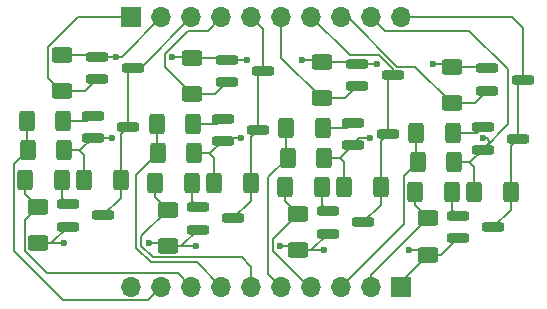
<source format=gbr>
%TF.GenerationSoftware,KiCad,Pcbnew,8.0.6*%
%TF.CreationDate,2024-11-07T23:38:59+00:00*%
%TF.ProjectId,pin_interface_circuit,70696e5f-696e-4746-9572-666163655f63,rev?*%
%TF.SameCoordinates,Original*%
%TF.FileFunction,Copper,L1,Top*%
%TF.FilePolarity,Positive*%
%FSLAX46Y46*%
G04 Gerber Fmt 4.6, Leading zero omitted, Abs format (unit mm)*
G04 Created by KiCad (PCBNEW 8.0.6) date 2024-11-07 23:38:59*
%MOMM*%
%LPD*%
G01*
G04 APERTURE LIST*
G04 Aperture macros list*
%AMRoundRect*
0 Rectangle with rounded corners*
0 $1 Rounding radius*
0 $2 $3 $4 $5 $6 $7 $8 $9 X,Y pos of 4 corners*
0 Add a 4 corners polygon primitive as box body*
4,1,4,$2,$3,$4,$5,$6,$7,$8,$9,$2,$3,0*
0 Add four circle primitives for the rounded corners*
1,1,$1+$1,$2,$3*
1,1,$1+$1,$4,$5*
1,1,$1+$1,$6,$7*
1,1,$1+$1,$8,$9*
0 Add four rect primitives between the rounded corners*
20,1,$1+$1,$2,$3,$4,$5,0*
20,1,$1+$1,$4,$5,$6,$7,0*
20,1,$1+$1,$6,$7,$8,$9,0*
20,1,$1+$1,$8,$9,$2,$3,0*%
G04 Aperture macros list end*
%TA.AperFunction,SMDPad,CuDef*%
%ADD10RoundRect,0.200000X-0.750000X-0.200000X0.750000X-0.200000X0.750000X0.200000X-0.750000X0.200000X0*%
%TD*%
%TA.AperFunction,SMDPad,CuDef*%
%ADD11RoundRect,0.250000X-0.625000X0.400000X-0.625000X-0.400000X0.625000X-0.400000X0.625000X0.400000X0*%
%TD*%
%TA.AperFunction,ComponentPad*%
%ADD12R,1.700000X1.700000*%
%TD*%
%TA.AperFunction,ComponentPad*%
%ADD13O,1.700000X1.700000*%
%TD*%
%TA.AperFunction,SMDPad,CuDef*%
%ADD14RoundRect,0.250000X-0.400000X-0.625000X0.400000X-0.625000X0.400000X0.625000X-0.400000X0.625000X0*%
%TD*%
%TA.AperFunction,SMDPad,CuDef*%
%ADD15RoundRect,0.250000X0.400000X0.625000X-0.400000X0.625000X-0.400000X-0.625000X0.400000X-0.625000X0*%
%TD*%
%TA.AperFunction,ViaPad*%
%ADD16C,0.600000*%
%TD*%
%TA.AperFunction,Conductor*%
%ADD17C,0.200000*%
%TD*%
G04 APERTURE END LIST*
D10*
%TO.P,Q12,1,B*%
%TO.N,Net-(Q12-B)*%
X146550000Y-90500000D03*
%TO.P,Q12,2,E*%
%TO.N,GND*%
X146550000Y-92400000D03*
%TO.P,Q12,3,C*%
%TO.N,/HIO3*%
X149550000Y-91450000D03*
%TD*%
D11*
%TO.P,R10,1*%
%TO.N,/GS1*%
X122050000Y-89950000D03*
%TO.P,R10,2*%
%TO.N,GND*%
X122050000Y-93050000D03*
%TD*%
D12*
%TO.P,J1,1,Pin_1*%
%TO.N,GND*%
X141780000Y-96500000D03*
D13*
%TO.P,J1,2,Pin_2*%
%TO.N,/GS3*%
X139240000Y-96500000D03*
%TO.P,J1,3,Pin_3*%
%TO.N,/HVS3*%
X136700000Y-96500000D03*
%TO.P,J1,4,Pin_4*%
%TO.N,/GS2*%
X134160000Y-96500000D03*
%TO.P,J1,5,Pin_5*%
%TO.N,/HVS2*%
X131620000Y-96500000D03*
%TO.P,J1,6,Pin_6*%
%TO.N,/GS1*%
X129080000Y-96500000D03*
%TO.P,J1,7,Pin_7*%
%TO.N,/HVS1*%
X126540000Y-96500000D03*
%TO.P,J1,8,Pin_8*%
%TO.N,/GS0*%
X124000000Y-96500000D03*
%TO.P,J1,9,Pin_9*%
%TO.N,/HVS0*%
X121460000Y-96500000D03*
%TO.P,J1,10,Pin_10*%
%TO.N,unconnected-(J1-Pin_10-Pad10)*%
X118920000Y-96500000D03*
%TD*%
D10*
%TO.P,Q11,1,B*%
%TO.N,Net-(Q11-B)*%
X148650000Y-83000000D03*
%TO.P,Q11,2,E*%
%TO.N,/HV*%
X148650000Y-84900000D03*
%TO.P,Q11,3,C*%
%TO.N,/HIO3*%
X151650000Y-83950000D03*
%TD*%
%TO.P,Q1,1,G*%
%TO.N,/LV*%
X116050000Y-77000000D03*
%TO.P,Q1,2,S*%
%TO.N,/LIO0*%
X116050000Y-78900000D03*
%TO.P,Q1,3,D*%
%TO.N,/HIO0*%
X119050000Y-77950000D03*
%TD*%
D14*
%TO.P,R11,1*%
%TO.N,/HVS1*%
X121050000Y-82700000D03*
%TO.P,R11,2*%
%TO.N,Net-(Q5-B)*%
X124150000Y-82700000D03*
%TD*%
D11*
%TO.P,R7,1*%
%TO.N,/LV*%
X124050000Y-77100000D03*
%TO.P,R7,2*%
%TO.N,/LIO1*%
X124050000Y-80200000D03*
%TD*%
D14*
%TO.P,R14,1*%
%TO.N,/HV*%
X136950000Y-88050000D03*
%TO.P,R14,2*%
%TO.N,/HIO2*%
X140050000Y-88050000D03*
%TD*%
D10*
%TO.P,Q2,1,B*%
%TO.N,Net-(Q2-B)*%
X115650000Y-82000000D03*
%TO.P,Q2,2,E*%
%TO.N,/HV*%
X115650000Y-83900000D03*
%TO.P,Q2,3,C*%
%TO.N,/HIO0*%
X118650000Y-82950000D03*
%TD*%
D14*
%TO.P,R6,1*%
%TO.N,/GS0*%
X109950000Y-87450000D03*
%TO.P,R6,2*%
%TO.N,Net-(Q3-B)*%
X113050000Y-87450000D03*
%TD*%
D12*
%TO.P,J2,1,Pin_1*%
%TO.N,/LIO0*%
X118920000Y-73660000D03*
D13*
%TO.P,J2,2,Pin_2*%
%TO.N,/LV*%
X121460000Y-73660000D03*
%TO.P,J2,3,Pin_3*%
%TO.N,/HIO0*%
X124000000Y-73660000D03*
%TO.P,J2,4,Pin_4*%
%TO.N,/LIO1*%
X126540000Y-73660000D03*
%TO.P,J2,5,Pin_5*%
%TO.N,/HIO1*%
X129080000Y-73660000D03*
%TO.P,J2,6,Pin_6*%
%TO.N,/LIO2*%
X131620000Y-73660000D03*
%TO.P,J2,7,Pin_7*%
%TO.N,/HIO2*%
X134160000Y-73660000D03*
%TO.P,J2,8,Pin_8*%
%TO.N,/LIO3*%
X136700000Y-73660000D03*
%TO.P,J2,9,Pin_9*%
%TO.N,/HV*%
X139240000Y-73660000D03*
%TO.P,J2,10,Pin_10*%
%TO.N,/HIO3*%
X141780000Y-73660000D03*
%TD*%
D10*
%TO.P,Q9,1,B*%
%TO.N,Net-(Q9-B)*%
X135550000Y-90100000D03*
%TO.P,Q9,2,E*%
%TO.N,GND*%
X135550000Y-92000000D03*
%TO.P,Q9,3,C*%
%TO.N,/HIO2*%
X138550000Y-91050000D03*
%TD*%
D14*
%TO.P,R18,1*%
%TO.N,/GS2*%
X131950000Y-88050000D03*
%TO.P,R18,2*%
%TO.N,Net-(Q9-B)*%
X135050000Y-88050000D03*
%TD*%
D15*
%TO.P,R3,1*%
%TO.N,/HV*%
X113250000Y-84950000D03*
%TO.P,R3,2*%
%TO.N,/HVS0*%
X110150000Y-84950000D03*
%TD*%
D10*
%TO.P,Q10,1,G*%
%TO.N,/LV*%
X149050000Y-78000000D03*
%TO.P,Q10,2,S*%
%TO.N,/LIO3*%
X149050000Y-79900000D03*
%TO.P,Q10,3,D*%
%TO.N,/HIO3*%
X152050000Y-78950000D03*
%TD*%
D14*
%TO.P,R23,1*%
%TO.N,/HVS3*%
X143050000Y-83450000D03*
%TO.P,R23,2*%
%TO.N,Net-(Q11-B)*%
X146150000Y-83450000D03*
%TD*%
D11*
%TO.P,R16,1*%
%TO.N,/GS2*%
X133050000Y-90300000D03*
%TO.P,R16,2*%
%TO.N,GND*%
X133050000Y-93400000D03*
%TD*%
D14*
%TO.P,R12,1*%
%TO.N,/GS1*%
X120950000Y-87700000D03*
%TO.P,R12,2*%
%TO.N,Net-(Q6-B)*%
X124050000Y-87700000D03*
%TD*%
D15*
%TO.P,R21,1*%
%TO.N,/HV*%
X146250000Y-85950000D03*
%TO.P,R21,2*%
%TO.N,/HVS3*%
X143150000Y-85950000D03*
%TD*%
D10*
%TO.P,Q5,1,B*%
%TO.N,Net-(Q5-B)*%
X126650000Y-82250000D03*
%TO.P,Q5,2,E*%
%TO.N,/HV*%
X126650000Y-84150000D03*
%TO.P,Q5,3,C*%
%TO.N,/HIO1*%
X129650000Y-83200000D03*
%TD*%
D14*
%TO.P,R5,1*%
%TO.N,/HVS0*%
X110050000Y-82450000D03*
%TO.P,R5,2*%
%TO.N,Net-(Q2-B)*%
X113150000Y-82450000D03*
%TD*%
%TO.P,R17,1*%
%TO.N,/HVS2*%
X132050000Y-83050000D03*
%TO.P,R17,2*%
%TO.N,Net-(Q8-B)*%
X135150000Y-83050000D03*
%TD*%
D11*
%TO.P,R13,1*%
%TO.N,/LV*%
X135050000Y-77450000D03*
%TO.P,R13,2*%
%TO.N,/LIO2*%
X135050000Y-80550000D03*
%TD*%
D14*
%TO.P,R20,1*%
%TO.N,/HV*%
X147950000Y-88450000D03*
%TO.P,R20,2*%
%TO.N,/HIO3*%
X151050000Y-88450000D03*
%TD*%
%TO.P,R8,1*%
%TO.N,/HV*%
X125950000Y-87700000D03*
%TO.P,R8,2*%
%TO.N,/HIO1*%
X129050000Y-87700000D03*
%TD*%
D11*
%TO.P,R4,1*%
%TO.N,/GS0*%
X111050000Y-89700000D03*
%TO.P,R4,2*%
%TO.N,GND*%
X111050000Y-92800000D03*
%TD*%
D15*
%TO.P,R9,1*%
%TO.N,/HV*%
X124250000Y-85200000D03*
%TO.P,R9,2*%
%TO.N,/HVS1*%
X121150000Y-85200000D03*
%TD*%
D11*
%TO.P,R1,1*%
%TO.N,/LV*%
X113050000Y-76850000D03*
%TO.P,R1,2*%
%TO.N,/LIO0*%
X113050000Y-79950000D03*
%TD*%
D14*
%TO.P,R2,1*%
%TO.N,/HV*%
X114950000Y-87450000D03*
%TO.P,R2,2*%
%TO.N,/HIO0*%
X118050000Y-87450000D03*
%TD*%
D10*
%TO.P,Q4,1,G*%
%TO.N,/LV*%
X127050000Y-77250000D03*
%TO.P,Q4,2,S*%
%TO.N,/LIO1*%
X127050000Y-79150000D03*
%TO.P,Q4,3,D*%
%TO.N,/HIO1*%
X130050000Y-78200000D03*
%TD*%
%TO.P,Q3,1,B*%
%TO.N,Net-(Q3-B)*%
X113550000Y-89500000D03*
%TO.P,Q3,2,E*%
%TO.N,GND*%
X113550000Y-91400000D03*
%TO.P,Q3,3,C*%
%TO.N,/HIO0*%
X116550000Y-90450000D03*
%TD*%
%TO.P,Q7,1,G*%
%TO.N,/LV*%
X138050000Y-77600000D03*
%TO.P,Q7,2,S*%
%TO.N,/LIO2*%
X138050000Y-79500000D03*
%TO.P,Q7,3,D*%
%TO.N,/HIO2*%
X141050000Y-78550000D03*
%TD*%
%TO.P,Q6,1,B*%
%TO.N,Net-(Q6-B)*%
X124550000Y-89750000D03*
%TO.P,Q6,2,E*%
%TO.N,GND*%
X124550000Y-91650000D03*
%TO.P,Q6,3,C*%
%TO.N,/HIO1*%
X127550000Y-90700000D03*
%TD*%
D11*
%TO.P,R22,1*%
%TO.N,/GS3*%
X144050000Y-90700000D03*
%TO.P,R22,2*%
%TO.N,GND*%
X144050000Y-93800000D03*
%TD*%
D10*
%TO.P,Q8,1,B*%
%TO.N,Net-(Q8-B)*%
X137650000Y-82600000D03*
%TO.P,Q8,2,E*%
%TO.N,/HV*%
X137650000Y-84500000D03*
%TO.P,Q8,3,C*%
%TO.N,/HIO2*%
X140650000Y-83550000D03*
%TD*%
D15*
%TO.P,R15,1*%
%TO.N,/HV*%
X135250000Y-85550000D03*
%TO.P,R15,2*%
%TO.N,/HVS2*%
X132150000Y-85550000D03*
%TD*%
D14*
%TO.P,R24,1*%
%TO.N,/GS3*%
X142950000Y-88450000D03*
%TO.P,R24,2*%
%TO.N,Net-(Q12-B)*%
X146050000Y-88450000D03*
%TD*%
D11*
%TO.P,R19,1*%
%TO.N,/LV*%
X146050000Y-77850000D03*
%TO.P,R19,2*%
%TO.N,/LIO3*%
X146050000Y-80950000D03*
%TD*%
D16*
%TO.N,GND*%
X142400000Y-93400000D03*
X131500000Y-93050000D03*
X120375000Y-92800000D03*
X135250000Y-93400000D03*
X124350000Y-93050000D03*
X113225000Y-92800000D03*
%TO.N,/LV*%
X144450000Y-77600000D03*
X128700000Y-77250000D03*
X122350000Y-77000000D03*
X117650000Y-77000000D03*
X139750000Y-77600000D03*
X133400000Y-77250000D03*
%TO.N,/HV*%
X139120000Y-83920000D03*
X117300000Y-83920000D03*
X128210000Y-83920000D03*
X148680000Y-83920000D03*
%TD*%
D17*
%TO.N,Net-(Q2-B)*%
X113150000Y-82450000D02*
X115200000Y-82450000D01*
X115200000Y-82450000D02*
X115650000Y-82000000D01*
%TO.N,GND*%
X134150000Y-93400000D02*
X135550000Y-92000000D01*
X145150000Y-93800000D02*
X146550000Y-92400000D01*
X134150000Y-93400000D02*
X135550000Y-92000000D01*
X144050000Y-93800000D02*
X145150000Y-93800000D01*
X123150000Y-93050000D02*
X124550000Y-91650000D01*
X144050000Y-93800000D02*
X145150000Y-93800000D01*
X122050000Y-93050000D02*
X123150000Y-93050000D01*
X123150000Y-93050000D02*
X124550000Y-91650000D01*
X111050000Y-92800000D02*
X112150000Y-92800000D01*
X133050000Y-93400000D02*
X134150000Y-93400000D01*
X145150000Y-93800000D02*
X146550000Y-92400000D01*
X133050000Y-93400000D02*
X134150000Y-93400000D01*
X133050000Y-93400000D02*
X134150000Y-93400000D01*
X122050000Y-93050000D02*
X123150000Y-93050000D01*
X145150000Y-93800000D02*
X146550000Y-92400000D01*
X122050000Y-93050000D02*
X123150000Y-93050000D01*
X121800000Y-92800000D02*
X122050000Y-93050000D01*
X123150000Y-93050000D02*
X124350000Y-93050000D01*
X131500000Y-93050000D02*
X132700000Y-93050000D01*
X145150000Y-93800000D02*
X146550000Y-92400000D01*
X112025000Y-92800000D02*
X113225000Y-92800000D01*
X144050000Y-93800000D02*
X145150000Y-93800000D01*
X134150000Y-93400000D02*
X135550000Y-92000000D01*
X123150000Y-93050000D02*
X124550000Y-91650000D01*
X123150000Y-93050000D02*
X124550000Y-91650000D01*
X144050000Y-93800000D02*
X145150000Y-93800000D01*
X141780000Y-96070000D02*
X144050000Y-93800000D01*
X141780000Y-96500000D02*
X141780000Y-96070000D01*
X134150000Y-93400000D02*
X135550000Y-92000000D01*
X143650000Y-93400000D02*
X144050000Y-93800000D01*
X134050000Y-93400000D02*
X135250000Y-93400000D01*
X122050000Y-93050000D02*
X123150000Y-93050000D01*
X120375000Y-92800000D02*
X121575000Y-92800000D01*
X133050000Y-93400000D02*
X134150000Y-93400000D01*
X142400000Y-93400000D02*
X143600000Y-93400000D01*
X132700000Y-93050000D02*
X133050000Y-93400000D01*
X112150000Y-92800000D02*
X113550000Y-91400000D01*
%TO.N,/LV*%
X123950000Y-77000000D02*
X124050000Y-77100000D01*
X146050000Y-77850000D02*
X148900000Y-77850000D01*
X137900000Y-77450000D02*
X138050000Y-77600000D01*
X148900000Y-77850000D02*
X149050000Y-78000000D01*
X133400000Y-77250000D02*
X135000000Y-77250000D01*
X135050000Y-77450000D02*
X137900000Y-77450000D01*
X148900000Y-77850000D02*
X149050000Y-78000000D01*
X113050000Y-76850000D02*
X115900000Y-76850000D01*
X127100000Y-77250000D02*
X128700000Y-77250000D01*
X126900000Y-77100000D02*
X127050000Y-77250000D01*
X135050000Y-77450000D02*
X137900000Y-77450000D01*
X118120000Y-77000000D02*
X116050000Y-77000000D01*
X146050000Y-77850000D02*
X148900000Y-77850000D01*
X116050000Y-77000000D02*
X117650000Y-77000000D01*
X137900000Y-77450000D02*
X138050000Y-77600000D01*
X137900000Y-77450000D02*
X138050000Y-77600000D01*
X124050000Y-77100000D02*
X126900000Y-77100000D01*
X146050000Y-77850000D02*
X148900000Y-77850000D01*
X124050000Y-77100000D02*
X126900000Y-77100000D01*
X138150000Y-77600000D02*
X139750000Y-77600000D01*
X146050000Y-77850000D02*
X148900000Y-77850000D01*
X135050000Y-77450000D02*
X137900000Y-77450000D01*
X121460000Y-73660000D02*
X118120000Y-77000000D01*
X124050000Y-77100000D02*
X126900000Y-77100000D01*
X144450000Y-77600000D02*
X146050000Y-77600000D01*
X126900000Y-77100000D02*
X127050000Y-77250000D01*
X134850000Y-77250000D02*
X135050000Y-77450000D01*
X148900000Y-77850000D02*
X149050000Y-78000000D01*
X122350000Y-77000000D02*
X123950000Y-77000000D01*
X135050000Y-77450000D02*
X137900000Y-77450000D01*
X124050000Y-77100000D02*
X126900000Y-77100000D01*
X137900000Y-77450000D02*
X138050000Y-77600000D01*
X115900000Y-76850000D02*
X116050000Y-77000000D01*
X148900000Y-77850000D02*
X149050000Y-78000000D01*
X126900000Y-77100000D02*
X127050000Y-77250000D01*
X126900000Y-77100000D02*
X127050000Y-77250000D01*
X145800000Y-77600000D02*
X146050000Y-77850000D01*
%TO.N,/HIO0*%
X118650000Y-82950000D02*
X118050000Y-83550000D01*
X118650000Y-78350000D02*
X118650000Y-82950000D01*
X118050000Y-83550000D02*
X118050000Y-87450000D01*
X118050000Y-88950000D02*
X116550000Y-90450000D01*
X119710000Y-77950000D02*
X119050000Y-77950000D01*
X124000000Y-73660000D02*
X119710000Y-77950000D01*
X119050000Y-77950000D02*
X118650000Y-78350000D01*
X118050000Y-87450000D02*
X118050000Y-88950000D01*
%TO.N,/LIO0*%
X115000000Y-79950000D02*
X116050000Y-78900000D01*
X118920000Y-73660000D02*
X114430256Y-73660000D01*
X111875000Y-78775000D02*
X113050000Y-79950000D01*
X113050000Y-79950000D02*
X115000000Y-79950000D01*
X111875000Y-76215256D02*
X111875000Y-78775000D01*
X114430256Y-73660000D02*
X111875000Y-76215256D01*
%TO.N,/HV*%
X114600000Y-84950000D02*
X115650000Y-83900000D01*
X128210000Y-83920000D02*
X126880000Y-83920000D01*
X136600000Y-85600000D02*
X136950000Y-85950000D01*
X139120000Y-83920000D02*
X138230000Y-83920000D01*
X125950000Y-85600000D02*
X125950000Y-87700000D01*
X135250000Y-85550000D02*
X136600000Y-85550000D01*
X125600000Y-85250000D02*
X125950000Y-85600000D01*
X147600000Y-86000000D02*
X147950000Y-86350000D01*
X136950000Y-85950000D02*
X136950000Y-88050000D01*
X125600000Y-85200000D02*
X126650000Y-84150000D01*
X114950000Y-85350000D02*
X114950000Y-87450000D01*
X125950000Y-85600000D02*
X125950000Y-87700000D01*
X136600000Y-85550000D02*
X136600000Y-85600000D01*
X114600000Y-84950000D02*
X114600000Y-85000000D01*
X147600000Y-85950000D02*
X147600000Y-86000000D01*
X136600000Y-85550000D02*
X137650000Y-84500000D01*
X125600000Y-85200000D02*
X125600000Y-85250000D01*
X148680000Y-83920000D02*
X149030000Y-83920000D01*
X147600000Y-85950000D02*
X148650000Y-84900000D01*
X150800000Y-82750000D02*
X150800000Y-78087352D01*
X149230000Y-84320000D02*
X148650000Y-84900000D01*
X136600000Y-85600000D02*
X136950000Y-85950000D01*
X147950000Y-86350000D02*
X147950000Y-88450000D01*
X125600000Y-85200000D02*
X126650000Y-84150000D01*
X136600000Y-85550000D02*
X137650000Y-84500000D01*
X147950000Y-86350000D02*
X147950000Y-88450000D01*
X140390000Y-74810000D02*
X139240000Y-73660000D01*
X136950000Y-85950000D02*
X136950000Y-88050000D01*
X147600000Y-85950000D02*
X148650000Y-84900000D01*
X147600000Y-85950000D02*
X147600000Y-86000000D01*
X149030000Y-83920000D02*
X149230000Y-84120000D01*
X136600000Y-85550000D02*
X136600000Y-85600000D01*
X125600000Y-85200000D02*
X125600000Y-85250000D01*
X146250000Y-85950000D02*
X147600000Y-85950000D01*
X135250000Y-85550000D02*
X136600000Y-85550000D01*
X125600000Y-85250000D02*
X125950000Y-85600000D01*
X125600000Y-85200000D02*
X126650000Y-84150000D01*
X147600000Y-85950000D02*
X148650000Y-84900000D01*
X149230000Y-84120000D02*
X149230000Y-84320000D01*
X125600000Y-85200000D02*
X126650000Y-84150000D01*
X124250000Y-85200000D02*
X125600000Y-85200000D01*
X135250000Y-85550000D02*
X136600000Y-85550000D01*
X125600000Y-85250000D02*
X125950000Y-85600000D01*
X136600000Y-85550000D02*
X137650000Y-84500000D01*
X136950000Y-85950000D02*
X136950000Y-88050000D01*
X125600000Y-85200000D02*
X125600000Y-85250000D01*
X146250000Y-85950000D02*
X147600000Y-85950000D01*
X136600000Y-85550000D02*
X136600000Y-85600000D01*
X124250000Y-85200000D02*
X125600000Y-85200000D01*
X148650000Y-84900000D02*
X150800000Y-82750000D01*
X147522648Y-74810000D02*
X140390000Y-74810000D01*
X147950000Y-86350000D02*
X147950000Y-88450000D01*
X147600000Y-85950000D02*
X147600000Y-86000000D01*
X146250000Y-85950000D02*
X147600000Y-85950000D01*
X125600000Y-85250000D02*
X125950000Y-85600000D01*
X147600000Y-86000000D02*
X147950000Y-86350000D01*
X117280000Y-83900000D02*
X117300000Y-83920000D01*
X114600000Y-85000000D02*
X114950000Y-85350000D01*
X147600000Y-86000000D02*
X147950000Y-86350000D01*
X147600000Y-86000000D02*
X147950000Y-86350000D01*
X124250000Y-85200000D02*
X125600000Y-85200000D01*
X113250000Y-84950000D02*
X114600000Y-84950000D01*
X147600000Y-85950000D02*
X147600000Y-86000000D01*
X150800000Y-78087352D02*
X147522648Y-74810000D01*
X146250000Y-85950000D02*
X147600000Y-85950000D01*
X115650000Y-83900000D02*
X117280000Y-83900000D01*
X138230000Y-83920000D02*
X137650000Y-84500000D01*
X136600000Y-85550000D02*
X136600000Y-85600000D01*
X136600000Y-85600000D02*
X136950000Y-85950000D01*
X147950000Y-86350000D02*
X147950000Y-88450000D01*
X147600000Y-85950000D02*
X148650000Y-84900000D01*
X136600000Y-85550000D02*
X137650000Y-84500000D01*
X126880000Y-83920000D02*
X126650000Y-84150000D01*
X125950000Y-85600000D02*
X125950000Y-87700000D01*
X124250000Y-85200000D02*
X125600000Y-85200000D01*
X125950000Y-85600000D02*
X125950000Y-87700000D01*
X125600000Y-85200000D02*
X125600000Y-85250000D01*
X135250000Y-85550000D02*
X136600000Y-85550000D01*
X136950000Y-85950000D02*
X136950000Y-88050000D01*
X136600000Y-85600000D02*
X136950000Y-85950000D01*
%TO.N,Net-(Q3-B)*%
X113050000Y-87450000D02*
X113050000Y-89000000D01*
X113050000Y-89000000D02*
X113550000Y-89500000D01*
%TO.N,/HIO1*%
X129050000Y-89200000D02*
X127550000Y-90700000D01*
X129050000Y-87700000D02*
X129050000Y-89200000D01*
X129650000Y-78600000D02*
X129650000Y-83200000D01*
X129050000Y-83800000D02*
X129050000Y-87700000D01*
X130050000Y-78200000D02*
X129650000Y-78600000D01*
X129650000Y-78600000D02*
X129650000Y-83200000D01*
X129650000Y-83200000D02*
X129050000Y-83800000D01*
X129650000Y-78600000D02*
X129650000Y-83200000D01*
X129650000Y-78600000D02*
X129650000Y-83200000D01*
X129050000Y-89200000D02*
X127550000Y-90700000D01*
X129650000Y-83200000D02*
X129050000Y-83800000D01*
X129050000Y-83800000D02*
X129050000Y-87700000D01*
X130050000Y-78200000D02*
X129650000Y-78600000D01*
X130050000Y-74630000D02*
X129080000Y-73660000D01*
X129650000Y-83200000D02*
X129050000Y-83800000D01*
X129050000Y-87700000D02*
X129050000Y-89200000D01*
X129050000Y-89200000D02*
X127550000Y-90700000D01*
X129050000Y-83800000D02*
X129050000Y-87700000D01*
X129050000Y-89200000D02*
X127550000Y-90700000D01*
X129650000Y-83200000D02*
X129050000Y-83800000D01*
X130050000Y-78200000D02*
X129650000Y-78600000D01*
X130050000Y-78200000D02*
X130050000Y-74630000D01*
X129050000Y-87700000D02*
X129050000Y-89200000D01*
X129050000Y-83800000D02*
X129050000Y-87700000D01*
X130050000Y-78200000D02*
X129650000Y-78600000D01*
X129050000Y-87700000D02*
X129050000Y-89200000D01*
%TO.N,/LIO1*%
X124050000Y-80200000D02*
X126000000Y-80200000D01*
X126000000Y-80200000D02*
X127050000Y-79150000D01*
X121750000Y-77900000D02*
X124050000Y-80200000D01*
X124050000Y-80200000D02*
X126000000Y-80200000D01*
X126000000Y-80200000D02*
X127050000Y-79150000D01*
X124050000Y-80200000D02*
X126000000Y-80200000D01*
X126000000Y-80200000D02*
X127050000Y-79150000D01*
X123691471Y-74810000D02*
X121750000Y-76751471D01*
X126540000Y-73660000D02*
X125390000Y-74810000D01*
X126000000Y-80200000D02*
X127050000Y-79150000D01*
X125390000Y-74810000D02*
X123691471Y-74810000D01*
X124050000Y-80200000D02*
X126000000Y-80200000D01*
X121750000Y-76751471D02*
X121750000Y-77900000D01*
%TO.N,/HIO2*%
X139898529Y-76900000D02*
X141050000Y-78051471D01*
X140050000Y-89550000D02*
X138550000Y-91050000D01*
X140050000Y-84150000D02*
X140050000Y-88050000D01*
X134160000Y-73660000D02*
X137400000Y-76900000D01*
X141050000Y-78550000D02*
X140650000Y-78950000D01*
X140650000Y-78950000D02*
X140650000Y-83550000D01*
X140050000Y-89550000D02*
X138550000Y-91050000D01*
X141050000Y-78550000D02*
X140650000Y-78950000D01*
X141050000Y-78550000D02*
X140650000Y-78950000D01*
X140050000Y-89550000D02*
X138550000Y-91050000D01*
X140050000Y-84150000D02*
X140050000Y-88050000D01*
X140050000Y-84150000D02*
X140050000Y-88050000D01*
X140650000Y-78950000D02*
X140650000Y-83550000D01*
X137400000Y-76900000D02*
X139898529Y-76900000D01*
X140050000Y-84150000D02*
X140050000Y-88050000D01*
X140650000Y-78950000D02*
X140650000Y-83550000D01*
X141050000Y-78051471D02*
X141050000Y-78550000D01*
X140650000Y-78950000D02*
X140650000Y-83550000D01*
X141050000Y-78550000D02*
X140650000Y-78950000D01*
X140050000Y-88050000D02*
X140050000Y-89550000D01*
X140650000Y-83550000D02*
X140050000Y-84150000D01*
X140050000Y-89550000D02*
X138550000Y-91050000D01*
X140050000Y-88050000D02*
X140050000Y-89550000D01*
X140050000Y-88050000D02*
X140050000Y-89550000D01*
X140650000Y-83550000D02*
X140050000Y-84150000D01*
X140050000Y-88050000D02*
X140050000Y-89550000D01*
X140650000Y-83550000D02*
X140050000Y-84150000D01*
X140650000Y-83550000D02*
X140050000Y-84150000D01*
%TO.N,Net-(Q5-B)*%
X124150000Y-82700000D02*
X126200000Y-82700000D01*
X124150000Y-82700000D02*
X126200000Y-82700000D01*
X126200000Y-82700000D02*
X126650000Y-82250000D01*
X126200000Y-82700000D02*
X126650000Y-82250000D01*
X126200000Y-82700000D02*
X126650000Y-82250000D01*
X126200000Y-82700000D02*
X126650000Y-82250000D01*
X124150000Y-82700000D02*
X126200000Y-82700000D01*
X124150000Y-82700000D02*
X126200000Y-82700000D01*
%TO.N,/LIO2*%
X135050000Y-80550000D02*
X137000000Y-80550000D01*
X137000000Y-80550000D02*
X138050000Y-79500000D01*
X137000000Y-80550000D02*
X138050000Y-79500000D01*
X131620000Y-73660000D02*
X131620000Y-77120000D01*
X131620000Y-77120000D02*
X135050000Y-80550000D01*
X137000000Y-80550000D02*
X138050000Y-79500000D01*
X137000000Y-80550000D02*
X138050000Y-79500000D01*
X135050000Y-80550000D02*
X137000000Y-80550000D01*
X135050000Y-80550000D02*
X137000000Y-80550000D01*
X135050000Y-80550000D02*
X137000000Y-80550000D01*
%TO.N,Net-(Q6-B)*%
X124050000Y-87700000D02*
X124050000Y-89250000D01*
X124050000Y-89250000D02*
X124550000Y-89750000D01*
X124050000Y-87700000D02*
X124050000Y-89250000D01*
X124050000Y-87700000D02*
X124050000Y-89250000D01*
X124050000Y-89250000D02*
X124550000Y-89750000D01*
X124050000Y-87700000D02*
X124050000Y-89250000D01*
X124050000Y-89250000D02*
X124550000Y-89750000D01*
X124050000Y-89250000D02*
X124550000Y-89750000D01*
%TO.N,/HIO3*%
X151110000Y-73660000D02*
X152050000Y-74600000D01*
X151050000Y-84550000D02*
X151050000Y-88450000D01*
X152050000Y-74600000D02*
X152050000Y-78950000D01*
X151050000Y-89950000D02*
X149550000Y-91450000D01*
X151050000Y-84550000D02*
X151050000Y-88450000D01*
X151050000Y-88450000D02*
X151050000Y-89950000D01*
X151050000Y-84550000D02*
X151050000Y-88450000D01*
X151050000Y-89950000D02*
X149550000Y-91450000D01*
X151650000Y-83950000D02*
X151050000Y-84550000D01*
X151050000Y-89950000D02*
X149550000Y-91450000D01*
X151050000Y-84550000D02*
X151050000Y-88450000D01*
X152050000Y-78950000D02*
X151650000Y-79350000D01*
X152050000Y-78950000D02*
X151650000Y-79350000D01*
X151050000Y-88450000D02*
X151050000Y-89950000D01*
X151650000Y-83950000D02*
X151050000Y-84550000D01*
X151650000Y-79350000D02*
X151650000Y-83950000D01*
X151050000Y-88450000D02*
X151050000Y-89950000D01*
X151650000Y-79350000D02*
X151650000Y-83950000D01*
X151050000Y-88450000D02*
X151050000Y-89950000D01*
X152050000Y-78950000D02*
X151650000Y-79350000D01*
X151650000Y-79350000D02*
X151650000Y-83950000D01*
X151650000Y-83950000D02*
X151050000Y-84550000D01*
X152050000Y-78950000D02*
X151650000Y-79350000D01*
X141780000Y-73660000D02*
X151110000Y-73660000D01*
X151050000Y-89950000D02*
X149550000Y-91450000D01*
X151650000Y-79350000D02*
X151650000Y-83950000D01*
X151650000Y-83950000D02*
X151050000Y-84550000D01*
%TO.N,/LIO3*%
X148000000Y-80950000D02*
X149050000Y-79900000D01*
X148000000Y-80950000D02*
X149050000Y-79900000D01*
X146050000Y-80950000D02*
X148000000Y-80950000D01*
X136700000Y-73660000D02*
X137224214Y-73660000D01*
X142950000Y-77850000D02*
X146050000Y-80950000D01*
X141414214Y-77850000D02*
X142950000Y-77850000D01*
X148000000Y-80950000D02*
X149050000Y-79900000D01*
X137224214Y-73660000D02*
X141414214Y-77850000D01*
X148000000Y-80950000D02*
X149050000Y-79900000D01*
X146050000Y-80950000D02*
X148000000Y-80950000D01*
X146050000Y-80950000D02*
X148000000Y-80950000D01*
X146050000Y-80950000D02*
X148000000Y-80950000D01*
%TO.N,/HVS0*%
X121460000Y-96500000D02*
X120310000Y-97650000D01*
X109000000Y-86100000D02*
X109000000Y-93500000D01*
X110150000Y-84950000D02*
X109000000Y-86100000D01*
X110050000Y-82450000D02*
X110050000Y-84850000D01*
X120310000Y-97650000D02*
X113150000Y-97650000D01*
X110050000Y-84850000D02*
X110150000Y-84950000D01*
X113150000Y-97650000D02*
X109000000Y-93500000D01*
%TO.N,Net-(Q8-B)*%
X137200000Y-83050000D02*
X137650000Y-82600000D01*
X137200000Y-83050000D02*
X137650000Y-82600000D01*
X135150000Y-83050000D02*
X137200000Y-83050000D01*
X135150000Y-83050000D02*
X137200000Y-83050000D01*
X135150000Y-83050000D02*
X137200000Y-83050000D01*
X135150000Y-83050000D02*
X137200000Y-83050000D01*
X137200000Y-83050000D02*
X137650000Y-82600000D01*
X137200000Y-83050000D02*
X137650000Y-82600000D01*
%TO.N,/GS0*%
X109950000Y-87450000D02*
X109950000Y-88600000D01*
X109950000Y-88600000D02*
X111050000Y-89700000D01*
X109875000Y-90875000D02*
X109875000Y-93434744D01*
X124000000Y-96500000D02*
X122850000Y-95350000D01*
X122850000Y-95350000D02*
X111790256Y-95350000D01*
X111790256Y-95350000D02*
X109875000Y-93434744D01*
X111050000Y-89700000D02*
X109875000Y-90875000D01*
%TO.N,Net-(Q9-B)*%
X135050000Y-89600000D02*
X135550000Y-90100000D01*
X135050000Y-88050000D02*
X135050000Y-89600000D01*
X135050000Y-88050000D02*
X135050000Y-89600000D01*
X135050000Y-88050000D02*
X135050000Y-89600000D01*
X135050000Y-89600000D02*
X135550000Y-90100000D01*
X135050000Y-88050000D02*
X135050000Y-89600000D01*
X135050000Y-89600000D02*
X135550000Y-90100000D01*
X135050000Y-89600000D02*
X135550000Y-90100000D01*
%TO.N,/HVS1*%
X121050000Y-82700000D02*
X121050000Y-85100000D01*
X121050000Y-85100000D02*
X121150000Y-85200000D01*
X121050000Y-82700000D02*
X121050000Y-85100000D01*
X120560785Y-94400000D02*
X119350000Y-93189215D01*
X121050000Y-82700000D02*
X121050000Y-85100000D01*
X121050000Y-85100000D02*
X121150000Y-85200000D01*
X119350000Y-93189215D02*
X119350000Y-87000000D01*
X119350000Y-87000000D02*
X121150000Y-85200000D01*
X126540000Y-96500000D02*
X124440000Y-94400000D01*
X121050000Y-85100000D02*
X121150000Y-85200000D01*
X121050000Y-82700000D02*
X121050000Y-85100000D01*
X121050000Y-85100000D02*
X121150000Y-85200000D01*
X124440000Y-94400000D02*
X120560785Y-94400000D01*
%TO.N,/GS1*%
X119775000Y-93048529D02*
X120726471Y-94000000D01*
X129080000Y-94780000D02*
X129080000Y-96500000D01*
X119775000Y-92225000D02*
X119775000Y-93048529D01*
X120950000Y-87700000D02*
X120950000Y-88850000D01*
X128300000Y-94000000D02*
X129080000Y-94780000D01*
X120950000Y-88850000D02*
X122050000Y-89950000D01*
X120726471Y-94000000D02*
X128300000Y-94000000D01*
X120950000Y-88850000D02*
X122050000Y-89950000D01*
X120950000Y-88850000D02*
X122050000Y-89950000D01*
X120950000Y-87700000D02*
X120950000Y-88850000D01*
X120950000Y-87700000D02*
X120950000Y-88850000D01*
X120950000Y-88850000D02*
X122050000Y-89950000D01*
X120950000Y-87700000D02*
X120950000Y-88850000D01*
X122050000Y-89950000D02*
X119775000Y-92225000D01*
%TO.N,/HVS2*%
X132050000Y-83050000D02*
X132050000Y-85450000D01*
X132050000Y-83050000D02*
X132050000Y-85450000D01*
X130500000Y-87200000D02*
X132150000Y-85550000D01*
X132050000Y-85450000D02*
X132150000Y-85550000D01*
X130500000Y-95380000D02*
X130500000Y-87200000D01*
X131620000Y-96500000D02*
X130500000Y-95380000D01*
X132050000Y-83050000D02*
X132050000Y-85450000D01*
X132050000Y-85450000D02*
X132150000Y-85550000D01*
X132050000Y-85450000D02*
X132150000Y-85550000D01*
X132050000Y-83050000D02*
X132050000Y-85450000D01*
X132050000Y-85450000D02*
X132150000Y-85550000D01*
%TO.N,Net-(Q11-B)*%
X148200000Y-83450000D02*
X148650000Y-83000000D01*
X146150000Y-83450000D02*
X148200000Y-83450000D01*
X148200000Y-83450000D02*
X148650000Y-83000000D01*
X146150000Y-83450000D02*
X148200000Y-83450000D01*
X146150000Y-83450000D02*
X148200000Y-83450000D01*
X148200000Y-83450000D02*
X148650000Y-83000000D01*
X148200000Y-83450000D02*
X148650000Y-83000000D01*
X146150000Y-83450000D02*
X148200000Y-83450000D01*
%TO.N,/GS2*%
X130900000Y-93450000D02*
X133950000Y-96500000D01*
X133050000Y-90300000D02*
X130900000Y-92450000D01*
X131950000Y-88050000D02*
X131950000Y-89200000D01*
X131950000Y-88050000D02*
X131950000Y-89200000D01*
X133950000Y-96500000D02*
X134160000Y-96500000D01*
X131950000Y-88050000D02*
X131950000Y-89200000D01*
X131950000Y-89200000D02*
X133050000Y-90300000D01*
X131950000Y-88050000D02*
X131950000Y-89200000D01*
X130900000Y-92450000D02*
X130900000Y-93450000D01*
X131950000Y-89200000D02*
X133050000Y-90300000D01*
X131950000Y-89200000D02*
X133050000Y-90300000D01*
X131950000Y-89200000D02*
X133050000Y-90300000D01*
%TO.N,Net-(Q12-B)*%
X146050000Y-90000000D02*
X146550000Y-90500000D01*
X146050000Y-88450000D02*
X146050000Y-90000000D01*
X146050000Y-90000000D02*
X146550000Y-90500000D01*
X146050000Y-90000000D02*
X146550000Y-90500000D01*
X146050000Y-88450000D02*
X146050000Y-90000000D01*
X146050000Y-88450000D02*
X146050000Y-90000000D01*
X146050000Y-88450000D02*
X146050000Y-90000000D01*
X146050000Y-90000000D02*
X146550000Y-90500000D01*
%TO.N,/HVS3*%
X143050000Y-85850000D02*
X143150000Y-85950000D01*
X143050000Y-85850000D02*
X143150000Y-85950000D01*
X136700000Y-96500000D02*
X142000000Y-91200000D01*
X142000000Y-87100000D02*
X143150000Y-85950000D01*
X143050000Y-83450000D02*
X143050000Y-85850000D01*
X143050000Y-83450000D02*
X143050000Y-85850000D01*
X143050000Y-83450000D02*
X143050000Y-85850000D01*
X143050000Y-85850000D02*
X143150000Y-85950000D01*
X143050000Y-85850000D02*
X143150000Y-85950000D01*
X142000000Y-91200000D02*
X142000000Y-87100000D01*
X143050000Y-83450000D02*
X143050000Y-85850000D01*
%TO.N,/GS3*%
X142950000Y-89600000D02*
X144050000Y-90700000D01*
X142950000Y-89600000D02*
X144050000Y-90700000D01*
X142950000Y-89600000D02*
X144050000Y-90700000D01*
X142950000Y-88450000D02*
X142950000Y-89600000D01*
X142950000Y-88450000D02*
X142950000Y-89600000D01*
X139240000Y-95510000D02*
X144050000Y-90700000D01*
X139240000Y-96500000D02*
X139240000Y-95510000D01*
X142950000Y-89600000D02*
X144050000Y-90700000D01*
X142950000Y-88450000D02*
X142950000Y-89600000D01*
X142950000Y-88450000D02*
X142950000Y-89600000D01*
%TD*%
M02*

</source>
